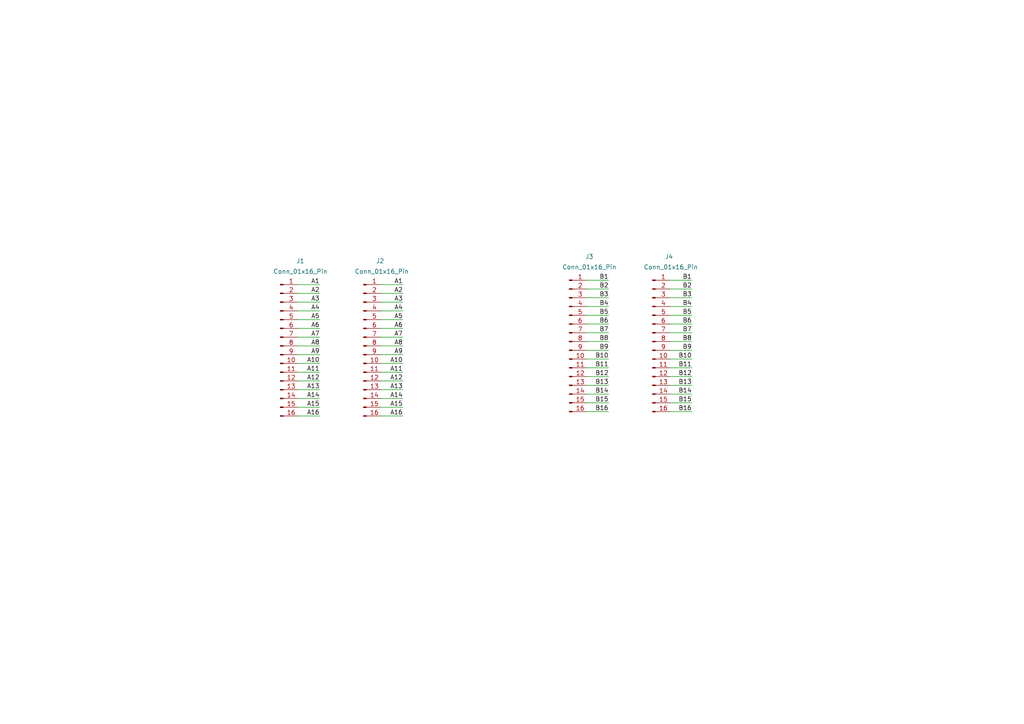
<source format=kicad_sch>
(kicad_sch
	(version 20231120)
	(generator "eeschema")
	(generator_version "8.0")
	(uuid "682f5cde-d800-49ec-b236-ce17a26fc645")
	(paper "A4")
	(title_block
		(title "Connector pitch Conveter")
		(rev "1")
		(company "Amos Home")
	)
	(lib_symbols
		(symbol "Connector:Conn_01x16_Pin"
			(pin_names
				(offset 1.016) hide)
			(exclude_from_sim no)
			(in_bom yes)
			(on_board yes)
			(property "Reference" "J"
				(at 0 20.32 0)
				(effects
					(font
						(size 1.27 1.27)
					)
				)
			)
			(property "Value" "Conn_01x16_Pin"
				(at 0 -22.86 0)
				(effects
					(font
						(size 1.27 1.27)
					)
				)
			)
			(property "Footprint" ""
				(at 0 0 0)
				(effects
					(font
						(size 1.27 1.27)
					)
					(hide yes)
				)
			)
			(property "Datasheet" "~"
				(at 0 0 0)
				(effects
					(font
						(size 1.27 1.27)
					)
					(hide yes)
				)
			)
			(property "Description" "Generic connector, single row, 01x16, script generated"
				(at 0 0 0)
				(effects
					(font
						(size 1.27 1.27)
					)
					(hide yes)
				)
			)
			(property "ki_locked" ""
				(at 0 0 0)
				(effects
					(font
						(size 1.27 1.27)
					)
				)
			)
			(property "ki_keywords" "connector"
				(at 0 0 0)
				(effects
					(font
						(size 1.27 1.27)
					)
					(hide yes)
				)
			)
			(property "ki_fp_filters" "Connector*:*_1x??_*"
				(at 0 0 0)
				(effects
					(font
						(size 1.27 1.27)
					)
					(hide yes)
				)
			)
			(symbol "Conn_01x16_Pin_1_1"
				(polyline
					(pts
						(xy 1.27 -20.32) (xy 0.8636 -20.32)
					)
					(stroke
						(width 0.1524)
						(type default)
					)
					(fill
						(type none)
					)
				)
				(polyline
					(pts
						(xy 1.27 -17.78) (xy 0.8636 -17.78)
					)
					(stroke
						(width 0.1524)
						(type default)
					)
					(fill
						(type none)
					)
				)
				(polyline
					(pts
						(xy 1.27 -15.24) (xy 0.8636 -15.24)
					)
					(stroke
						(width 0.1524)
						(type default)
					)
					(fill
						(type none)
					)
				)
				(polyline
					(pts
						(xy 1.27 -12.7) (xy 0.8636 -12.7)
					)
					(stroke
						(width 0.1524)
						(type default)
					)
					(fill
						(type none)
					)
				)
				(polyline
					(pts
						(xy 1.27 -10.16) (xy 0.8636 -10.16)
					)
					(stroke
						(width 0.1524)
						(type default)
					)
					(fill
						(type none)
					)
				)
				(polyline
					(pts
						(xy 1.27 -7.62) (xy 0.8636 -7.62)
					)
					(stroke
						(width 0.1524)
						(type default)
					)
					(fill
						(type none)
					)
				)
				(polyline
					(pts
						(xy 1.27 -5.08) (xy 0.8636 -5.08)
					)
					(stroke
						(width 0.1524)
						(type default)
					)
					(fill
						(type none)
					)
				)
				(polyline
					(pts
						(xy 1.27 -2.54) (xy 0.8636 -2.54)
					)
					(stroke
						(width 0.1524)
						(type default)
					)
					(fill
						(type none)
					)
				)
				(polyline
					(pts
						(xy 1.27 0) (xy 0.8636 0)
					)
					(stroke
						(width 0.1524)
						(type default)
					)
					(fill
						(type none)
					)
				)
				(polyline
					(pts
						(xy 1.27 2.54) (xy 0.8636 2.54)
					)
					(stroke
						(width 0.1524)
						(type default)
					)
					(fill
						(type none)
					)
				)
				(polyline
					(pts
						(xy 1.27 5.08) (xy 0.8636 5.08)
					)
					(stroke
						(width 0.1524)
						(type default)
					)
					(fill
						(type none)
					)
				)
				(polyline
					(pts
						(xy 1.27 7.62) (xy 0.8636 7.62)
					)
					(stroke
						(width 0.1524)
						(type default)
					)
					(fill
						(type none)
					)
				)
				(polyline
					(pts
						(xy 1.27 10.16) (xy 0.8636 10.16)
					)
					(stroke
						(width 0.1524)
						(type default)
					)
					(fill
						(type none)
					)
				)
				(polyline
					(pts
						(xy 1.27 12.7) (xy 0.8636 12.7)
					)
					(stroke
						(width 0.1524)
						(type default)
					)
					(fill
						(type none)
					)
				)
				(polyline
					(pts
						(xy 1.27 15.24) (xy 0.8636 15.24)
					)
					(stroke
						(width 0.1524)
						(type default)
					)
					(fill
						(type none)
					)
				)
				(polyline
					(pts
						(xy 1.27 17.78) (xy 0.8636 17.78)
					)
					(stroke
						(width 0.1524)
						(type default)
					)
					(fill
						(type none)
					)
				)
				(rectangle
					(start 0.8636 -20.193)
					(end 0 -20.447)
					(stroke
						(width 0.1524)
						(type default)
					)
					(fill
						(type outline)
					)
				)
				(rectangle
					(start 0.8636 -17.653)
					(end 0 -17.907)
					(stroke
						(width 0.1524)
						(type default)
					)
					(fill
						(type outline)
					)
				)
				(rectangle
					(start 0.8636 -15.113)
					(end 0 -15.367)
					(stroke
						(width 0.1524)
						(type default)
					)
					(fill
						(type outline)
					)
				)
				(rectangle
					(start 0.8636 -12.573)
					(end 0 -12.827)
					(stroke
						(width 0.1524)
						(type default)
					)
					(fill
						(type outline)
					)
				)
				(rectangle
					(start 0.8636 -10.033)
					(end 0 -10.287)
					(stroke
						(width 0.1524)
						(type default)
					)
					(fill
						(type outline)
					)
				)
				(rectangle
					(start 0.8636 -7.493)
					(end 0 -7.747)
					(stroke
						(width 0.1524)
						(type default)
					)
					(fill
						(type outline)
					)
				)
				(rectangle
					(start 0.8636 -4.953)
					(end 0 -5.207)
					(stroke
						(width 0.1524)
						(type default)
					)
					(fill
						(type outline)
					)
				)
				(rectangle
					(start 0.8636 -2.413)
					(end 0 -2.667)
					(stroke
						(width 0.1524)
						(type default)
					)
					(fill
						(type outline)
					)
				)
				(rectangle
					(start 0.8636 0.127)
					(end 0 -0.127)
					(stroke
						(width 0.1524)
						(type default)
					)
					(fill
						(type outline)
					)
				)
				(rectangle
					(start 0.8636 2.667)
					(end 0 2.413)
					(stroke
						(width 0.1524)
						(type default)
					)
					(fill
						(type outline)
					)
				)
				(rectangle
					(start 0.8636 5.207)
					(end 0 4.953)
					(stroke
						(width 0.1524)
						(type default)
					)
					(fill
						(type outline)
					)
				)
				(rectangle
					(start 0.8636 7.747)
					(end 0 7.493)
					(stroke
						(width 0.1524)
						(type default)
					)
					(fill
						(type outline)
					)
				)
				(rectangle
					(start 0.8636 10.287)
					(end 0 10.033)
					(stroke
						(width 0.1524)
						(type default)
					)
					(fill
						(type outline)
					)
				)
				(rectangle
					(start 0.8636 12.827)
					(end 0 12.573)
					(stroke
						(width 0.1524)
						(type default)
					)
					(fill
						(type outline)
					)
				)
				(rectangle
					(start 0.8636 15.367)
					(end 0 15.113)
					(stroke
						(width 0.1524)
						(type default)
					)
					(fill
						(type outline)
					)
				)
				(rectangle
					(start 0.8636 17.907)
					(end 0 17.653)
					(stroke
						(width 0.1524)
						(type default)
					)
					(fill
						(type outline)
					)
				)
				(pin passive line
					(at 5.08 17.78 180)
					(length 3.81)
					(name "Pin_1"
						(effects
							(font
								(size 1.27 1.27)
							)
						)
					)
					(number "1"
						(effects
							(font
								(size 1.27 1.27)
							)
						)
					)
				)
				(pin passive line
					(at 5.08 -5.08 180)
					(length 3.81)
					(name "Pin_10"
						(effects
							(font
								(size 1.27 1.27)
							)
						)
					)
					(number "10"
						(effects
							(font
								(size 1.27 1.27)
							)
						)
					)
				)
				(pin passive line
					(at 5.08 -7.62 180)
					(length 3.81)
					(name "Pin_11"
						(effects
							(font
								(size 1.27 1.27)
							)
						)
					)
					(number "11"
						(effects
							(font
								(size 1.27 1.27)
							)
						)
					)
				)
				(pin passive line
					(at 5.08 -10.16 180)
					(length 3.81)
					(name "Pin_12"
						(effects
							(font
								(size 1.27 1.27)
							)
						)
					)
					(number "12"
						(effects
							(font
								(size 1.27 1.27)
							)
						)
					)
				)
				(pin passive line
					(at 5.08 -12.7 180)
					(length 3.81)
					(name "Pin_13"
						(effects
							(font
								(size 1.27 1.27)
							)
						)
					)
					(number "13"
						(effects
							(font
								(size 1.27 1.27)
							)
						)
					)
				)
				(pin passive line
					(at 5.08 -15.24 180)
					(length 3.81)
					(name "Pin_14"
						(effects
							(font
								(size 1.27 1.27)
							)
						)
					)
					(number "14"
						(effects
							(font
								(size 1.27 1.27)
							)
						)
					)
				)
				(pin passive line
					(at 5.08 -17.78 180)
					(length 3.81)
					(name "Pin_15"
						(effects
							(font
								(size 1.27 1.27)
							)
						)
					)
					(number "15"
						(effects
							(font
								(size 1.27 1.27)
							)
						)
					)
				)
				(pin passive line
					(at 5.08 -20.32 180)
					(length 3.81)
					(name "Pin_16"
						(effects
							(font
								(size 1.27 1.27)
							)
						)
					)
					(number "16"
						(effects
							(font
								(size 1.27 1.27)
							)
						)
					)
				)
				(pin passive line
					(at 5.08 15.24 180)
					(length 3.81)
					(name "Pin_2"
						(effects
							(font
								(size 1.27 1.27)
							)
						)
					)
					(number "2"
						(effects
							(font
								(size 1.27 1.27)
							)
						)
					)
				)
				(pin passive line
					(at 5.08 12.7 180)
					(length 3.81)
					(name "Pin_3"
						(effects
							(font
								(size 1.27 1.27)
							)
						)
					)
					(number "3"
						(effects
							(font
								(size 1.27 1.27)
							)
						)
					)
				)
				(pin passive line
					(at 5.08 10.16 180)
					(length 3.81)
					(name "Pin_4"
						(effects
							(font
								(size 1.27 1.27)
							)
						)
					)
					(number "4"
						(effects
							(font
								(size 1.27 1.27)
							)
						)
					)
				)
				(pin passive line
					(at 5.08 7.62 180)
					(length 3.81)
					(name "Pin_5"
						(effects
							(font
								(size 1.27 1.27)
							)
						)
					)
					(number "5"
						(effects
							(font
								(size 1.27 1.27)
							)
						)
					)
				)
				(pin passive line
					(at 5.08 5.08 180)
					(length 3.81)
					(name "Pin_6"
						(effects
							(font
								(size 1.27 1.27)
							)
						)
					)
					(number "6"
						(effects
							(font
								(size 1.27 1.27)
							)
						)
					)
				)
				(pin passive line
					(at 5.08 2.54 180)
					(length 3.81)
					(name "Pin_7"
						(effects
							(font
								(size 1.27 1.27)
							)
						)
					)
					(number "7"
						(effects
							(font
								(size 1.27 1.27)
							)
						)
					)
				)
				(pin passive line
					(at 5.08 0 180)
					(length 3.81)
					(name "Pin_8"
						(effects
							(font
								(size 1.27 1.27)
							)
						)
					)
					(number "8"
						(effects
							(font
								(size 1.27 1.27)
							)
						)
					)
				)
				(pin passive line
					(at 5.08 -2.54 180)
					(length 3.81)
					(name "Pin_9"
						(effects
							(font
								(size 1.27 1.27)
							)
						)
					)
					(number "9"
						(effects
							(font
								(size 1.27 1.27)
							)
						)
					)
				)
			)
		)
	)
	(wire
		(pts
			(xy 86.36 90.17) (xy 92.71 90.17)
		)
		(stroke
			(width 0)
			(type default)
		)
		(uuid "01ff3535-c9be-438d-ae03-824334ec3423")
	)
	(wire
		(pts
			(xy 86.36 87.63) (xy 92.71 87.63)
		)
		(stroke
			(width 0)
			(type default)
		)
		(uuid "05d58295-7aac-4dbc-83ae-0e82c4276236")
	)
	(wire
		(pts
			(xy 170.18 104.14) (xy 176.53 104.14)
		)
		(stroke
			(width 0)
			(type default)
		)
		(uuid "0f5f70bd-f3fc-4bec-9268-941bc1cde845")
	)
	(wire
		(pts
			(xy 194.31 91.44) (xy 200.66 91.44)
		)
		(stroke
			(width 0)
			(type default)
		)
		(uuid "16de2959-1cb7-43e1-b903-f26ee9f1f974")
	)
	(wire
		(pts
			(xy 170.18 88.9) (xy 176.53 88.9)
		)
		(stroke
			(width 0)
			(type default)
		)
		(uuid "1a5cb747-f7b8-4d26-b9c9-6075772c20f3")
	)
	(wire
		(pts
			(xy 86.36 118.11) (xy 92.71 118.11)
		)
		(stroke
			(width 0)
			(type default)
		)
		(uuid "1b15e138-e303-49d8-b4a4-25f2a4f03993")
	)
	(wire
		(pts
			(xy 110.49 120.65) (xy 116.84 120.65)
		)
		(stroke
			(width 0)
			(type default)
		)
		(uuid "1d6f62f3-081d-4735-83fd-0743912946d1")
	)
	(wire
		(pts
			(xy 170.18 114.3) (xy 176.53 114.3)
		)
		(stroke
			(width 0)
			(type default)
		)
		(uuid "1d7c6089-1dea-44d9-b25e-aa473993ce75")
	)
	(wire
		(pts
			(xy 86.36 107.95) (xy 92.71 107.95)
		)
		(stroke
			(width 0)
			(type default)
		)
		(uuid "210158dd-1db2-4d65-93b3-ac911dac15f1")
	)
	(wire
		(pts
			(xy 194.31 114.3) (xy 200.66 114.3)
		)
		(stroke
			(width 0)
			(type default)
		)
		(uuid "2234d26c-4c0c-4903-8f16-e7e168cee2ba")
	)
	(wire
		(pts
			(xy 170.18 116.84) (xy 176.53 116.84)
		)
		(stroke
			(width 0)
			(type default)
		)
		(uuid "2464248a-8ae8-4efa-9fd5-1127912e3b9e")
	)
	(wire
		(pts
			(xy 170.18 109.22) (xy 176.53 109.22)
		)
		(stroke
			(width 0)
			(type default)
		)
		(uuid "26d9307f-21e4-4dca-b2f2-6143919cfb01")
	)
	(wire
		(pts
			(xy 110.49 105.41) (xy 116.84 105.41)
		)
		(stroke
			(width 0)
			(type default)
		)
		(uuid "274191d0-7b35-4510-9660-1b9f6006982f")
	)
	(wire
		(pts
			(xy 194.31 119.38) (xy 200.66 119.38)
		)
		(stroke
			(width 0)
			(type default)
		)
		(uuid "2942e6ec-03a7-45c0-a72b-b67dd5481759")
	)
	(wire
		(pts
			(xy 194.31 106.68) (xy 200.66 106.68)
		)
		(stroke
			(width 0)
			(type default)
		)
		(uuid "2c802ea0-18f1-40ce-accd-1eb83b2b3ffe")
	)
	(wire
		(pts
			(xy 86.36 95.25) (xy 92.71 95.25)
		)
		(stroke
			(width 0)
			(type default)
		)
		(uuid "3845771d-7d0e-499b-898c-e77f090418d6")
	)
	(wire
		(pts
			(xy 194.31 111.76) (xy 200.66 111.76)
		)
		(stroke
			(width 0)
			(type default)
		)
		(uuid "3c4e8be0-2f04-449a-bd9b-118f5ff7847b")
	)
	(wire
		(pts
			(xy 86.36 92.71) (xy 92.71 92.71)
		)
		(stroke
			(width 0)
			(type default)
		)
		(uuid "3fa9f8d3-17ee-4ea6-8808-d54266981252")
	)
	(wire
		(pts
			(xy 110.49 113.03) (xy 116.84 113.03)
		)
		(stroke
			(width 0)
			(type default)
		)
		(uuid "45960a1c-52c3-4d7b-a90a-6321396d930b")
	)
	(wire
		(pts
			(xy 170.18 119.38) (xy 176.53 119.38)
		)
		(stroke
			(width 0)
			(type default)
		)
		(uuid "46274518-86e0-4436-88e7-becde7f07b26")
	)
	(wire
		(pts
			(xy 170.18 83.82) (xy 176.53 83.82)
		)
		(stroke
			(width 0)
			(type default)
		)
		(uuid "46e1d8a2-360e-45be-a7ed-9d89d1d4e28b")
	)
	(wire
		(pts
			(xy 170.18 81.28) (xy 176.53 81.28)
		)
		(stroke
			(width 0)
			(type default)
		)
		(uuid "4911f30e-2d74-4dd3-b05e-682251901508")
	)
	(wire
		(pts
			(xy 86.36 105.41) (xy 92.71 105.41)
		)
		(stroke
			(width 0)
			(type default)
		)
		(uuid "544208dd-cd55-4f3a-8f17-6f21ad995f3e")
	)
	(wire
		(pts
			(xy 170.18 101.6) (xy 176.53 101.6)
		)
		(stroke
			(width 0)
			(type default)
		)
		(uuid "57543d0f-b953-4c39-83c1-6d76450534fc")
	)
	(wire
		(pts
			(xy 86.36 110.49) (xy 92.71 110.49)
		)
		(stroke
			(width 0)
			(type default)
		)
		(uuid "64af5a4c-1a2c-465c-af9b-d3ec2fd3694a")
	)
	(wire
		(pts
			(xy 86.36 85.09) (xy 92.71 85.09)
		)
		(stroke
			(width 0)
			(type default)
		)
		(uuid "6769ec36-06c9-4be6-ab76-e1e2a7cb18fc")
	)
	(wire
		(pts
			(xy 170.18 93.98) (xy 176.53 93.98)
		)
		(stroke
			(width 0)
			(type default)
		)
		(uuid "6791d828-fde0-400e-925c-7739b4f6c1d7")
	)
	(wire
		(pts
			(xy 194.31 116.84) (xy 200.66 116.84)
		)
		(stroke
			(width 0)
			(type default)
		)
		(uuid "6e672c9a-024b-4e71-ac01-e0eca2b57708")
	)
	(wire
		(pts
			(xy 170.18 111.76) (xy 176.53 111.76)
		)
		(stroke
			(width 0)
			(type default)
		)
		(uuid "751d9bc3-a0c6-40be-b8b1-f450e23c2365")
	)
	(wire
		(pts
			(xy 86.36 82.55) (xy 92.71 82.55)
		)
		(stroke
			(width 0)
			(type default)
		)
		(uuid "78136cd8-b8cf-4e0d-a085-d5002db8cdb0")
	)
	(wire
		(pts
			(xy 170.18 86.36) (xy 176.53 86.36)
		)
		(stroke
			(width 0)
			(type default)
		)
		(uuid "796dc517-aaab-48c0-a14f-7ca154527db1")
	)
	(wire
		(pts
			(xy 194.31 96.52) (xy 200.66 96.52)
		)
		(stroke
			(width 0)
			(type default)
		)
		(uuid "7a02388e-9561-436c-8d5a-c2f4f1e0b662")
	)
	(wire
		(pts
			(xy 110.49 97.79) (xy 116.84 97.79)
		)
		(stroke
			(width 0)
			(type default)
		)
		(uuid "7b8d0239-7f5e-4071-9b57-518d05d936c0")
	)
	(wire
		(pts
			(xy 110.49 115.57) (xy 116.84 115.57)
		)
		(stroke
			(width 0)
			(type default)
		)
		(uuid "7c368df0-4ef6-4a8c-95f7-15050d8f3508")
	)
	(wire
		(pts
			(xy 170.18 106.68) (xy 176.53 106.68)
		)
		(stroke
			(width 0)
			(type default)
		)
		(uuid "7d0b8cf4-add2-42ed-ab44-99b2b4377ced")
	)
	(wire
		(pts
			(xy 110.49 100.33) (xy 116.84 100.33)
		)
		(stroke
			(width 0)
			(type default)
		)
		(uuid "82c8dac3-d45c-4f24-bbe8-894f09713d95")
	)
	(wire
		(pts
			(xy 110.49 95.25) (xy 116.84 95.25)
		)
		(stroke
			(width 0)
			(type default)
		)
		(uuid "87db0f17-5fdd-4a23-b325-51024df0d597")
	)
	(wire
		(pts
			(xy 110.49 110.49) (xy 116.84 110.49)
		)
		(stroke
			(width 0)
			(type default)
		)
		(uuid "8db4fcaf-3ac8-4d4c-84f8-09f051d2a408")
	)
	(wire
		(pts
			(xy 86.36 100.33) (xy 92.71 100.33)
		)
		(stroke
			(width 0)
			(type default)
		)
		(uuid "9292cec8-2110-4982-b812-85d9a3db5653")
	)
	(wire
		(pts
			(xy 110.49 82.55) (xy 116.84 82.55)
		)
		(stroke
			(width 0)
			(type default)
		)
		(uuid "9a11c555-d6dd-4606-8b5d-3aab7cbf90d0")
	)
	(wire
		(pts
			(xy 194.31 101.6) (xy 200.66 101.6)
		)
		(stroke
			(width 0)
			(type default)
		)
		(uuid "9b821ff3-739c-4a44-960f-458213a93b3e")
	)
	(wire
		(pts
			(xy 86.36 113.03) (xy 92.71 113.03)
		)
		(stroke
			(width 0)
			(type default)
		)
		(uuid "a0c1c984-a18b-423d-a747-41a1426ddf15")
	)
	(wire
		(pts
			(xy 110.49 90.17) (xy 116.84 90.17)
		)
		(stroke
			(width 0)
			(type default)
		)
		(uuid "a4a69d9b-cf7f-411b-8222-c7a1d7732b0c")
	)
	(wire
		(pts
			(xy 170.18 99.06) (xy 176.53 99.06)
		)
		(stroke
			(width 0)
			(type default)
		)
		(uuid "a69997db-fb14-4f9e-b639-a51077f63616")
	)
	(wire
		(pts
			(xy 86.36 97.79) (xy 92.71 97.79)
		)
		(stroke
			(width 0)
			(type default)
		)
		(uuid "a7d78950-dbf7-4032-9e18-20485a0e1bd8")
	)
	(wire
		(pts
			(xy 194.31 86.36) (xy 200.66 86.36)
		)
		(stroke
			(width 0)
			(type default)
		)
		(uuid "aee97854-1d74-49c6-abd6-d705351220ea")
	)
	(wire
		(pts
			(xy 194.31 109.22) (xy 200.66 109.22)
		)
		(stroke
			(width 0)
			(type default)
		)
		(uuid "b0688b3d-805d-43ea-8e0f-8bc866a86fba")
	)
	(wire
		(pts
			(xy 110.49 87.63) (xy 116.84 87.63)
		)
		(stroke
			(width 0)
			(type default)
		)
		(uuid "b37de02a-ca25-434b-87c9-a8b63a598a04")
	)
	(wire
		(pts
			(xy 194.31 83.82) (xy 200.66 83.82)
		)
		(stroke
			(width 0)
			(type default)
		)
		(uuid "b55209a6-ad50-4b0e-bb92-99702e1ca7b2")
	)
	(wire
		(pts
			(xy 110.49 92.71) (xy 116.84 92.71)
		)
		(stroke
			(width 0)
			(type default)
		)
		(uuid "b82bad1d-b048-44dd-b534-de6b38b2fc53")
	)
	(wire
		(pts
			(xy 194.31 81.28) (xy 200.66 81.28)
		)
		(stroke
			(width 0)
			(type default)
		)
		(uuid "ba5c3808-51ea-4988-81f1-d8488b03aec0")
	)
	(wire
		(pts
			(xy 194.31 99.06) (xy 200.66 99.06)
		)
		(stroke
			(width 0)
			(type default)
		)
		(uuid "bbc8633d-fc1e-4ce5-b256-ddf9f2dfe4e5")
	)
	(wire
		(pts
			(xy 170.18 96.52) (xy 176.53 96.52)
		)
		(stroke
			(width 0)
			(type default)
		)
		(uuid "cdb45b2f-5738-4824-841f-86040271dc09")
	)
	(wire
		(pts
			(xy 110.49 118.11) (xy 116.84 118.11)
		)
		(stroke
			(width 0)
			(type default)
		)
		(uuid "d2efef48-85bb-4c3b-8b27-4f62ad564ed6")
	)
	(wire
		(pts
			(xy 170.18 91.44) (xy 176.53 91.44)
		)
		(stroke
			(width 0)
			(type default)
		)
		(uuid "d785f18f-cd39-4195-b2fe-59835e8015e7")
	)
	(wire
		(pts
			(xy 194.31 104.14) (xy 200.66 104.14)
		)
		(stroke
			(width 0)
			(type default)
		)
		(uuid "d78ee1bf-e140-49d4-a13d-49a674ac9f52")
	)
	(wire
		(pts
			(xy 86.36 120.65) (xy 92.71 120.65)
		)
		(stroke
			(width 0)
			(type default)
		)
		(uuid "da56d6e8-1fd0-4474-a619-6b03a5f6dca1")
	)
	(wire
		(pts
			(xy 86.36 115.57) (xy 92.71 115.57)
		)
		(stroke
			(width 0)
			(type default)
		)
		(uuid "db730b4e-56a0-44cf-bd6d-eec771dd46e5")
	)
	(wire
		(pts
			(xy 110.49 102.87) (xy 116.84 102.87)
		)
		(stroke
			(width 0)
			(type default)
		)
		(uuid "e836fb19-4618-46ea-9f45-2be9f7da1c37")
	)
	(wire
		(pts
			(xy 194.31 88.9) (xy 200.66 88.9)
		)
		(stroke
			(width 0)
			(type default)
		)
		(uuid "e9105b30-89ec-45d9-8d7d-faad90de3e16")
	)
	(wire
		(pts
			(xy 110.49 85.09) (xy 116.84 85.09)
		)
		(stroke
			(width 0)
			(type default)
		)
		(uuid "ed038806-fb29-4198-9b47-ab6ea3779cb7")
	)
	(wire
		(pts
			(xy 110.49 107.95) (xy 116.84 107.95)
		)
		(stroke
			(width 0)
			(type default)
		)
		(uuid "efd96311-bddd-4352-8d4c-6d46e5041c38")
	)
	(wire
		(pts
			(xy 86.36 102.87) (xy 92.71 102.87)
		)
		(stroke
			(width 0)
			(type default)
		)
		(uuid "efe478ab-24e3-4447-b828-45f92127efc3")
	)
	(wire
		(pts
			(xy 194.31 93.98) (xy 200.66 93.98)
		)
		(stroke
			(width 0)
			(type default)
		)
		(uuid "f4deaa4a-1749-4e3c-a680-c0ad85cb9d49")
	)
	(label "A12"
		(at 116.84 110.49 180)
		(fields_autoplaced yes)
		(effects
			(font
				(size 1.27 1.27)
			)
			(justify right bottom)
		)
		(uuid "013f4806-f9f7-47df-b7b2-17a56ed64462")
	)
	(label "B4"
		(at 176.53 88.9 180)
		(fields_autoplaced yes)
		(effects
			(font
				(size 1.27 1.27)
			)
			(justify right bottom)
		)
		(uuid "0c006d41-56a0-4e33-900e-e1cad96ba780")
	)
	(label "A10"
		(at 116.84 105.41 180)
		(fields_autoplaced yes)
		(effects
			(font
				(size 1.27 1.27)
			)
			(justify right bottom)
		)
		(uuid "0dd6580c-d83c-4468-a5a9-b7ddac5d5808")
	)
	(label "B2"
		(at 176.53 83.82 180)
		(fields_autoplaced yes)
		(effects
			(font
				(size 1.27 1.27)
			)
			(justify right bottom)
		)
		(uuid "1721b436-4034-41b7-8ed8-d16e75476f50")
	)
	(label "B16"
		(at 176.53 119.38 180)
		(fields_autoplaced yes)
		(effects
			(font
				(size 1.27 1.27)
			)
			(justify right bottom)
		)
		(uuid "18048bdb-63bc-4867-98ac-ef4d91bd1418")
	)
	(label "A10"
		(at 92.71 105.41 180)
		(fields_autoplaced yes)
		(effects
			(font
				(size 1.27 1.27)
			)
			(justify right bottom)
		)
		(uuid "1b826d5a-a996-431c-95ce-3158e9d4f48f")
	)
	(label "A16"
		(at 116.84 120.65 180)
		(fields_autoplaced yes)
		(effects
			(font
				(size 1.27 1.27)
			)
			(justify right bottom)
		)
		(uuid "21c98dbf-ba99-4df0-ae78-c6039609bbbb")
	)
	(label "B3"
		(at 176.53 86.36 180)
		(fields_autoplaced yes)
		(effects
			(font
				(size 1.27 1.27)
			)
			(justify right bottom)
		)
		(uuid "22851d0a-a941-4979-8012-99b831df3337")
	)
	(label "B6"
		(at 200.66 93.98 180)
		(fields_autoplaced yes)
		(effects
			(font
				(size 1.27 1.27)
			)
			(justify right bottom)
		)
		(uuid "29615d3b-151a-460e-b287-235281e300e3")
	)
	(label "B9"
		(at 176.53 101.6 180)
		(fields_autoplaced yes)
		(effects
			(font
				(size 1.27 1.27)
			)
			(justify right bottom)
		)
		(uuid "2e555b33-33b9-4588-bc62-9a1d6da75b18")
	)
	(label "B10"
		(at 200.66 104.14 180)
		(fields_autoplaced yes)
		(effects
			(font
				(size 1.27 1.27)
			)
			(justify right bottom)
		)
		(uuid "37dfe713-e717-4751-a02a-0598c38aad25")
	)
	(label "A8"
		(at 116.84 100.33 180)
		(fields_autoplaced yes)
		(effects
			(font
				(size 1.27 1.27)
			)
			(justify right bottom)
		)
		(uuid "3868abd1-33a5-4f25-83ea-7c750c5b18d7")
	)
	(label "A4"
		(at 116.84 90.17 180)
		(fields_autoplaced yes)
		(effects
			(font
				(size 1.27 1.27)
			)
			(justify right bottom)
		)
		(uuid "395bdd98-834e-4b22-a841-f8cde3e13d71")
	)
	(label "A8"
		(at 92.71 100.33 180)
		(fields_autoplaced yes)
		(effects
			(font
				(size 1.27 1.27)
			)
			(justify right bottom)
		)
		(uuid "3a22e06b-e7b6-4fd2-9f78-836cbeb6001d")
	)
	(label "B16"
		(at 200.66 119.38 180)
		(fields_autoplaced yes)
		(effects
			(font
				(size 1.27 1.27)
			)
			(justify right bottom)
		)
		(uuid "3bab5d85-8dee-43a5-b80f-082b09a54066")
	)
	(label "A16"
		(at 92.71 120.65 180)
		(fields_autoplaced yes)
		(effects
			(font
				(size 1.27 1.27)
			)
			(justify right bottom)
		)
		(uuid "3c28ac93-d6ef-4c47-8d76-709839699782")
	)
	(label "A6"
		(at 92.71 95.25 180)
		(fields_autoplaced yes)
		(effects
			(font
				(size 1.27 1.27)
			)
			(justify right bottom)
		)
		(uuid "3efb4b82-a305-47f0-b0ca-5eda4586a2fb")
	)
	(label "B1"
		(at 176.53 81.28 180)
		(fields_autoplaced yes)
		(effects
			(font
				(size 1.27 1.27)
			)
			(justify right bottom)
		)
		(uuid "423edee9-fc7a-4ba3-bbf9-bc314ad7cb34")
	)
	(label "A2"
		(at 92.71 85.09 180)
		(fields_autoplaced yes)
		(effects
			(font
				(size 1.27 1.27)
			)
			(justify right bottom)
		)
		(uuid "42a23084-6f0d-45e3-8697-7ce99cc72d0f")
	)
	(label "B9"
		(at 200.66 101.6 180)
		(fields_autoplaced yes)
		(effects
			(font
				(size 1.27 1.27)
			)
			(justify right bottom)
		)
		(uuid "4c0dd984-6d83-43d4-84ec-6125207638f0")
	)
	(label "B13"
		(at 176.53 111.76 180)
		(fields_autoplaced yes)
		(effects
			(font
				(size 1.27 1.27)
			)
			(justify right bottom)
		)
		(uuid "549979c7-940a-4c13-894c-9b13dffc25f9")
	)
	(label "B5"
		(at 200.66 91.44 180)
		(fields_autoplaced yes)
		(effects
			(font
				(size 1.27 1.27)
			)
			(justify right bottom)
		)
		(uuid "5b6c9f23-a4f0-4edb-b666-7164db250b02")
	)
	(label "A5"
		(at 116.84 92.71 180)
		(fields_autoplaced yes)
		(effects
			(font
				(size 1.27 1.27)
			)
			(justify right bottom)
		)
		(uuid "60d8536a-cfc6-4409-b88b-5520b7fc2e6b")
	)
	(label "A5"
		(at 92.71 92.71 180)
		(fields_autoplaced yes)
		(effects
			(font
				(size 1.27 1.27)
			)
			(justify right bottom)
		)
		(uuid "69056e09-9fb3-49d8-8b16-8a96aca06121")
	)
	(label "B12"
		(at 200.66 109.22 180)
		(fields_autoplaced yes)
		(effects
			(font
				(size 1.27 1.27)
			)
			(justify right bottom)
		)
		(uuid "6a788319-e008-4f27-a230-61dd4bb59543")
	)
	(label "A2"
		(at 116.84 85.09 180)
		(fields_autoplaced yes)
		(effects
			(font
				(size 1.27 1.27)
			)
			(justify right bottom)
		)
		(uuid "7256271a-6289-4a36-9141-be36f6000ed8")
	)
	(label "A13"
		(at 92.71 113.03 180)
		(fields_autoplaced yes)
		(effects
			(font
				(size 1.27 1.27)
			)
			(justify right bottom)
		)
		(uuid "73c83304-5132-48e5-9f55-d68c138555d6")
	)
	(label "B4"
		(at 200.66 88.9 180)
		(fields_autoplaced yes)
		(effects
			(font
				(size 1.27 1.27)
			)
			(justify right bottom)
		)
		(uuid "7590bcde-74ea-4ef1-a283-e0ea26cf2cf7")
	)
	(label "A12"
		(at 92.71 110.49 180)
		(fields_autoplaced yes)
		(effects
			(font
				(size 1.27 1.27)
			)
			(justify right bottom)
		)
		(uuid "76be3b21-f94e-47f0-a0db-280d4fe00ce4")
	)
	(label "B6"
		(at 176.53 93.98 180)
		(fields_autoplaced yes)
		(effects
			(font
				(size 1.27 1.27)
			)
			(justify right bottom)
		)
		(uuid "7a986fa7-ada5-48c4-8fa4-5a609833edb2")
	)
	(label "A4"
		(at 92.71 90.17 180)
		(fields_autoplaced yes)
		(effects
			(font
				(size 1.27 1.27)
			)
			(justify right bottom)
		)
		(uuid "7ca36bc3-1074-4aa7-b86c-51ac063ab631")
	)
	(label "A7"
		(at 116.84 97.79 180)
		(fields_autoplaced yes)
		(effects
			(font
				(size 1.27 1.27)
			)
			(justify right bottom)
		)
		(uuid "7cbe0cbe-e346-4df4-80fe-c2892dd95495")
	)
	(label "B13"
		(at 200.66 111.76 180)
		(fields_autoplaced yes)
		(effects
			(font
				(size 1.27 1.27)
			)
			(justify right bottom)
		)
		(uuid "7f4928bf-0384-4443-9338-d58bbf93b84e")
	)
	(label "A7"
		(at 92.71 97.79 180)
		(fields_autoplaced yes)
		(effects
			(font
				(size 1.27 1.27)
			)
			(justify right bottom)
		)
		(uuid "83652a51-c7f0-429b-9638-a0c705037637")
	)
	(label "B14"
		(at 176.53 114.3 180)
		(fields_autoplaced yes)
		(effects
			(font
				(size 1.27 1.27)
			)
			(justify right bottom)
		)
		(uuid "86bea844-38eb-4f52-92a6-3dc2a049ff68")
	)
	(label "A9"
		(at 92.71 102.87 180)
		(fields_autoplaced yes)
		(effects
			(font
				(size 1.27 1.27)
			)
			(justify right bottom)
		)
		(uuid "a3428c2a-9e49-4432-85e1-651b9944e6e8")
	)
	(label "A13"
		(at 116.84 113.03 180)
		(fields_autoplaced yes)
		(effects
			(font
				(size 1.27 1.27)
			)
			(justify right bottom)
		)
		(uuid "a838247b-f5e4-4f75-ba79-a2f09fc9e055")
	)
	(label "B7"
		(at 176.53 96.52 180)
		(fields_autoplaced yes)
		(effects
			(font
				(size 1.27 1.27)
			)
			(justify right bottom)
		)
		(uuid "a8c26a17-2655-493f-857a-38ba734f1cc9")
	)
	(label "B8"
		(at 200.66 99.06 180)
		(fields_autoplaced yes)
		(effects
			(font
				(size 1.27 1.27)
			)
			(justify right bottom)
		)
		(uuid "aa3790bc-6ca9-4e9c-bfbf-f0ebeeadff24")
	)
	(label "B3"
		(at 200.66 86.36 180)
		(fields_autoplaced yes)
		(effects
			(font
				(size 1.27 1.27)
			)
			(justify right bottom)
		)
		(uuid "ab75d953-2a3a-453c-bfd3-3762d5ab825f")
	)
	(label "B11"
		(at 176.53 106.68 180)
		(fields_autoplaced yes)
		(effects
			(font
				(size 1.27 1.27)
			)
			(justify right bottom)
		)
		(uuid "b077d7e2-830e-4048-a553-66edcf10791f")
	)
	(label "A11"
		(at 116.84 107.95 180)
		(fields_autoplaced yes)
		(effects
			(font
				(size 1.27 1.27)
			)
			(justify right bottom)
		)
		(uuid "b465500a-f57a-4af5-8b5a-a37a4da590a4")
	)
	(label "B15"
		(at 176.53 116.84 180)
		(fields_autoplaced yes)
		(effects
			(font
				(size 1.27 1.27)
			)
			(justify right bottom)
		)
		(uuid "b6a4071f-484f-4ca7-9311-fb2472b4a2e5")
	)
	(label "B14"
		(at 200.66 114.3 180)
		(fields_autoplaced yes)
		(effects
			(font
				(size 1.27 1.27)
			)
			(justify right bottom)
		)
		(uuid "b725d04e-28eb-4270-a573-b9e14d18c3b1")
	)
	(label "B7"
		(at 200.66 96.52 180)
		(fields_autoplaced yes)
		(effects
			(font
				(size 1.27 1.27)
			)
			(justify right bottom)
		)
		(uuid "b7b95b04-9538-4e97-9b67-caa7180ca605")
	)
	(label "B5"
		(at 176.53 91.44 180)
		(fields_autoplaced yes)
		(effects
			(font
				(size 1.27 1.27)
			)
			(justify right bottom)
		)
		(uuid "bc40a789-0929-4b96-932e-1a3922582f41")
	)
	(label "B1"
		(at 200.66 81.28 180)
		(fields_autoplaced yes)
		(effects
			(font
				(size 1.27 1.27)
			)
			(justify right bottom)
		)
		(uuid "c48e669a-8a56-4962-b230-d0672a7a3687")
	)
	(label "A3"
		(at 116.84 87.63 180)
		(fields_autoplaced yes)
		(effects
			(font
				(size 1.27 1.27)
			)
			(justify right bottom)
		)
		(uuid "cdc193de-b7be-4ddf-9ede-9aa7d9aaa0b7")
	)
	(label "A14"
		(at 92.71 115.57 180)
		(fields_autoplaced yes)
		(effects
			(font
				(size 1.27 1.27)
			)
			(justify right bottom)
		)
		(uuid "ce2741b8-3973-4efe-8484-c89bdf1577e3")
	)
	(label "B2"
		(at 200.66 83.82 180)
		(fields_autoplaced yes)
		(effects
			(font
				(size 1.27 1.27)
			)
			(justify right bottom)
		)
		(uuid "d03119be-1b84-40ba-bc5c-5bc00c564250")
	)
	(label "A14"
		(at 116.84 115.57 180)
		(fields_autoplaced yes)
		(effects
			(font
				(size 1.27 1.27)
			)
			(justify right bottom)
		)
		(uuid "d04b25ad-4934-4b1f-a768-6353c4a16859")
	)
	(label "A1"
		(at 92.71 82.55 180)
		(fields_autoplaced yes)
		(effects
			(font
				(size 1.27 1.27)
			)
			(justify right bottom)
		)
		(uuid "d5602ce2-4da4-4ddd-ab75-6a3ea10d0bdf")
	)
	(label "A11"
		(at 92.71 107.95 180)
		(fields_autoplaced yes)
		(effects
			(font
				(size 1.27 1.27)
			)
			(justify right bottom)
		)
		(uuid "dfa633ab-6fc0-46f7-b5b3-29fdbdf9eeaa")
	)
	(label "A1"
		(at 116.84 82.55 180)
		(fields_autoplaced yes)
		(effects
			(font
				(size 1.27 1.27)
			)
			(justify right bottom)
		)
		(uuid "dfb16c93-214e-4326-8fcd-8e9de098385a")
	)
	(label "A15"
		(at 92.71 118.11 180)
		(fields_autoplaced yes)
		(effects
			(font
				(size 1.27 1.27)
			)
			(justify right bottom)
		)
		(uuid "e00b9855-a569-453b-a96b-3ef27c21ea46")
	)
	(label "B8"
		(at 176.53 99.06 180)
		(fields_autoplaced yes)
		(effects
			(font
				(size 1.27 1.27)
			)
			(justify right bottom)
		)
		(uuid "e23f7e77-310a-4ba8-bf6d-076a4277a03e")
	)
	(label "A3"
		(at 92.71 87.63 180)
		(fields_autoplaced yes)
		(effects
			(font
				(size 1.27 1.27)
			)
			(justify right bottom)
		)
		(uuid "e71969c5-0f3d-4d9c-bdfa-1ffdd87d5a91")
	)
	(label "B15"
		(at 200.66 116.84 180)
		(fields_autoplaced yes)
		(effects
			(font
				(size 1.27 1.27)
			)
			(justify right bottom)
		)
		(uuid "e9be9b70-472b-46a3-935a-84d5f10aba2b")
	)
	(label "A15"
		(at 116.84 118.11 180)
		(fields_autoplaced yes)
		(effects
			(font
				(size 1.27 1.27)
			)
			(justify right bottom)
		)
		(uuid "ed6fa6f6-1671-469b-8bfc-6dd2f4c60e5a")
	)
	(label "B10"
		(at 176.53 104.14 180)
		(fields_autoplaced yes)
		(effects
			(font
				(size 1.27 1.27)
			)
			(justify right bottom)
		)
		(uuid "ee6398e7-d984-44a4-8518-d3152aac1665")
	)
	(label "B11"
		(at 200.66 106.68 180)
		(fields_autoplaced yes)
		(effects
			(font
				(size 1.27 1.27)
			)
			(justify right bottom)
		)
		(uuid "ef34321c-16d0-4f93-8951-78479b256522")
	)
	(label "B12"
		(at 176.53 109.22 180)
		(fields_autoplaced yes)
		(effects
			(font
				(size 1.27 1.27)
			)
			(justify right bottom)
		)
		(uuid "f3c08baa-06ba-4fc7-9001-49b697fd9a17")
	)
	(label "A6"
		(at 116.84 95.25 180)
		(fields_autoplaced yes)
		(effects
			(font
				(size 1.27 1.27)
			)
			(justify right bottom)
		)
		(uuid "f436e2d4-ec34-45c1-8eb6-8f74ae9d3d3a")
	)
	(label "A9"
		(at 116.84 102.87 180)
		(fields_autoplaced yes)
		(effects
			(font
				(size 1.27 1.27)
			)
			(justify right bottom)
		)
		(uuid "ff41dd02-cd36-4d87-ae1b-fe5827c66a8b")
	)
	(symbol
		(lib_id "Connector:Conn_01x16_Pin")
		(at 165.1 99.06 0)
		(unit 1)
		(exclude_from_sim no)
		(in_bom yes)
		(on_board yes)
		(dnp no)
		(uuid "2a1e2640-8705-4ee2-97ee-55e68ecc9f6d")
		(property "Reference" "J3"
			(at 170.942 74.422 0)
			(effects
				(font
					(size 1.27 1.27)
				)
			)
		)
		(property "Value" "Conn_01x16_Pin"
			(at 170.942 77.47 0)
			(effects
				(font
					(size 1.27 1.27)
				)
			)
		)
		(property "Footprint" "pitch-convert:PinSocketEx_1x16_P2.54mm_Right"
			(at 165.1 99.06 0)
			(effects
				(font
					(size 1.27 1.27)
				)
				(hide yes)
			)
		)
		(property "Datasheet" "~"
			(at 165.1 99.06 0)
			(effects
				(font
					(size 1.27 1.27)
				)
				(hide yes)
			)
		)
		(property "Description" "Generic connector, single row, 01x16, script generated"
			(at 165.1 99.06 0)
			(effects
				(font
					(size 1.27 1.27)
				)
				(hide yes)
			)
		)
		(pin "14"
			(uuid "eeda92de-3e88-4c2a-8f58-36cd05e47868")
		)
		(pin "10"
			(uuid "96f163ab-3340-4b4b-9ace-95c5485edecd")
		)
		(pin "15"
			(uuid "ae407acd-dcaf-41a1-ae82-7eb16ccc1009")
		)
		(pin "4"
			(uuid "7696d856-f6f6-4c87-9e30-357dd594780b")
		)
		(pin "3"
			(uuid "29697987-5cd2-4c3a-bd82-99664fcceab5")
		)
		(pin "11"
			(uuid "3c6b4714-a50e-49cc-93ad-45df95610078")
		)
		(pin "7"
			(uuid "16836922-d766-47d9-9ec9-50be55d9c315")
		)
		(pin "1"
			(uuid "43b46c18-605d-4c38-b5ad-bf2ac53ac652")
		)
		(pin "16"
			(uuid "23349892-590f-4ac9-9e61-6f89ffcc091a")
		)
		(pin "12"
			(uuid "e6c02862-cbf1-430b-9690-5af3333d3fe3")
		)
		(pin "6"
			(uuid "388157b4-8ed1-4502-b22f-4e20a6fbca33")
		)
		(pin "9"
			(uuid "43dead45-a18d-437b-90f8-6739c8911a3b")
		)
		(pin "13"
			(uuid "b93fc931-217a-48fc-b031-bf1143e4badd")
		)
		(pin "5"
			(uuid "e075603f-1752-4cde-8209-76f7d1841626")
		)
		(pin "2"
			(uuid "1adf2951-a57e-4b2e-8b25-6f79d8df12df")
		)
		(pin "8"
			(uuid "6a8cb2d0-12ec-44c9-a6e2-8cf2033d87be")
		)
		(instances
			(project "pitch-convert2"
				(path "/682f5cde-d800-49ec-b236-ce17a26fc645"
					(reference "J3")
					(unit 1)
				)
			)
		)
	)
	(symbol
		(lib_id "Connector:Conn_01x16_Pin")
		(at 189.23 99.06 0)
		(unit 1)
		(exclude_from_sim no)
		(in_bom yes)
		(on_board yes)
		(dnp no)
		(uuid "6c2f153f-4f54-4a21-a7a7-7ba6c6039826")
		(property "Reference" "J4"
			(at 194.056 74.422 0)
			(effects
				(font
					(size 1.27 1.27)
				)
			)
		)
		(property "Value" "Conn_01x16_Pin"
			(at 194.564 77.47 0)
			(effects
				(font
					(size 1.27 1.27)
				)
			)
		)
		(property "Footprint" "pitch-convert:PinSocketEx_1x16_P1.27mm_Left"
			(at 189.23 99.06 0)
			(effects
				(font
					(size 1.27 1.27)
				)
				(hide yes)
			)
		)
		(property "Datasheet" "~"
			(at 189.23 99.06 0)
			(effects
				(font
					(size 1.27 1.27)
				)
				(hide yes)
			)
		)
		(property "Description" "Generic connector, single row, 01x16, script generated"
			(at 189.23 99.06 0)
			(effects
				(font
					(size 1.27 1.27)
				)
				(hide yes)
			)
		)
		(pin "14"
			(uuid "282417b4-2674-4640-85b7-d91724a3620b")
		)
		(pin "10"
			(uuid "ef1a7e32-a7e9-40fe-ac7c-6fa6c0796cdf")
		)
		(pin "15"
			(uuid "bda04caa-f030-4335-979c-9f8261792f88")
		)
		(pin "4"
			(uuid "f811c411-53f7-4cc5-9a0e-65d59d9cc616")
		)
		(pin "3"
			(uuid "9d764f7e-ea5a-4eae-8dd2-90e7eb7315f5")
		)
		(pin "11"
			(uuid "5f46cb14-4300-49ac-8eaa-a79337407b3c")
		)
		(pin "7"
			(uuid "75a0dac9-ee80-444a-a41f-13572f3a2790")
		)
		(pin "1"
			(uuid "a4913e57-2742-4642-8086-9e14033916ac")
		)
		(pin "16"
			(uuid "a1b3dd55-c088-4f00-9d1a-2606774ec8c6")
		)
		(pin "12"
			(uuid "798bc862-9463-4036-849f-ff206ca484c0")
		)
		(pin "6"
			(uuid "57422685-0d6b-4045-a349-edb8e3384131")
		)
		(pin "9"
			(uuid "22947208-6e57-4c7a-9185-73629d3abbbe")
		)
		(pin "13"
			(uuid "0e8f8a3b-b621-4e34-b9ff-4af438b6f3b1")
		)
		(pin "5"
			(uuid "c5364864-45f8-451f-b5e2-67ce6e0d623d")
		)
		(pin "2"
			(uuid "0b19d985-58be-452b-be00-833364a306b0")
		)
		(pin "8"
			(uuid "7fe393d7-9c9e-4a50-a242-29310fc8e9a6")
		)
		(instances
			(project "pitch-convert2"
				(path "/682f5cde-d800-49ec-b236-ce17a26fc645"
					(reference "J4")
					(unit 1)
				)
			)
		)
	)
	(symbol
		(lib_id "Connector:Conn_01x16_Pin")
		(at 105.41 100.33 0)
		(unit 1)
		(exclude_from_sim no)
		(in_bom yes)
		(on_board yes)
		(dnp no)
		(uuid "6fb04d21-22de-4f51-8894-f9d1fbc31dea")
		(property "Reference" "J2"
			(at 110.236 75.692 0)
			(effects
				(font
					(size 1.27 1.27)
				)
			)
		)
		(property "Value" "Conn_01x16_Pin"
			(at 110.744 78.74 0)
			(effects
				(font
					(size 1.27 1.27)
				)
			)
		)
		(property "Footprint" "pitch-convert:PinSocketEx_1x16_P1.27mm_Left"
			(at 105.41 100.33 0)
			(effects
				(font
					(size 1.27 1.27)
				)
				(hide yes)
			)
		)
		(property "Datasheet" "~"
			(at 105.41 100.33 0)
			(effects
				(font
					(size 1.27 1.27)
				)
				(hide yes)
			)
		)
		(property "Description" "Generic connector, single row, 01x16, script generated"
			(at 105.41 100.33 0)
			(effects
				(font
					(size 1.27 1.27)
				)
				(hide yes)
			)
		)
		(pin "14"
			(uuid "b8a61936-e12b-465d-aeb8-20bdd32d8161")
		)
		(pin "10"
			(uuid "3ca55cdf-1e3d-42a6-9649-7a4db626e7af")
		)
		(pin "15"
			(uuid "5ca616c1-8b0d-4ff0-ad46-26f0624e7209")
		)
		(pin "4"
			(uuid "0eb4c6e8-5e4d-4dc2-9dbe-d2ce66a8de96")
		)
		(pin "3"
			(uuid "61e1a865-7a45-45b6-999a-99b4fa78fe90")
		)
		(pin "11"
			(uuid "b582181c-25c9-4735-9c46-45db4e97e677")
		)
		(pin "7"
			(uuid "ef322b38-848d-4308-84dc-1074d80bc381")
		)
		(pin "1"
			(uuid "49417e69-9ded-4f8a-9c39-70d4224e90b1")
		)
		(pin "16"
			(uuid "d587974b-b6d0-4435-abd7-c4e6a8967411")
		)
		(pin "12"
			(uuid "47f47653-4bc6-450d-bc9d-6b2dd18f0074")
		)
		(pin "6"
			(uuid "adf1cf67-e3e1-4b88-a227-d59e8d0c583d")
		)
		(pin "9"
			(uuid "7e54f5b5-e1a7-4a8f-aefb-6c38ff676344")
		)
		(pin "13"
			(uuid "9788c3b8-759f-42dc-a47d-9ef7cfaf433f")
		)
		(pin "5"
			(uuid "c318e790-4e30-4148-88dd-185e2cad1c10")
		)
		(pin "2"
			(uuid "9ce61254-1395-4c4a-afbe-de0d843367d9")
		)
		(pin "8"
			(uuid "c70593cf-fb62-4e98-9dee-a5855d0c7675")
		)
		(instances
			(project "pitch-convert2"
				(path "/682f5cde-d800-49ec-b236-ce17a26fc645"
					(reference "J2")
					(unit 1)
				)
			)
		)
	)
	(symbol
		(lib_id "Connector:Conn_01x16_Pin")
		(at 81.28 100.33 0)
		(unit 1)
		(exclude_from_sim no)
		(in_bom yes)
		(on_board yes)
		(dnp no)
		(uuid "8f28aa55-50bb-43fc-86dd-6c87f27cf2c1")
		(property "Reference" "J1"
			(at 87.122 75.692 0)
			(effects
				(font
					(size 1.27 1.27)
				)
			)
		)
		(property "Value" "Conn_01x16_Pin"
			(at 87.122 78.74 0)
			(effects
				(font
					(size 1.27 1.27)
				)
			)
		)
		(property "Footprint" "pitch-convert:PinSocketEx_1x16_P2.54mm_Right"
			(at 81.28 100.33 0)
			(effects
				(font
					(size 1.27 1.27)
				)
				(hide yes)
			)
		)
		(property "Datasheet" "~"
			(at 81.28 100.33 0)
			(effects
				(font
					(size 1.27 1.27)
				)
				(hide yes)
			)
		)
		(property "Description" "Generic connector, single row, 01x16, script generated"
			(at 81.28 100.33 0)
			(effects
				(font
					(size 1.27 1.27)
				)
				(hide yes)
			)
		)
		(pin "14"
			(uuid "cda4b77d-0d3e-4d7b-b33e-77daba9210c6")
		)
		(pin "10"
			(uuid "a70972b8-b983-46cd-b9b9-52ccdc457ef3")
		)
		(pin "15"
			(uuid "0535605a-b78b-4c89-81eb-ac62ca588a76")
		)
		(pin "4"
			(uuid "8ffc57fd-2772-48d4-95d7-897f0679bf56")
		)
		(pin "3"
			(uuid "e5cbed68-22ac-4aa4-b7e7-e5245b4ba93e")
		)
		(pin "11"
			(uuid "726224ee-6939-4799-94fb-aceac8358ec1")
		)
		(pin "7"
			(uuid "655d25e7-f637-4fb9-941f-60093d7b29b5")
		)
		(pin "1"
			(uuid "01d11a07-a197-46b3-aa3b-41213f3c7646")
		)
		(pin "16"
			(uuid "80f3a35d-49c2-4795-b162-593b40a48f87")
		)
		(pin "12"
			(uuid "6a15d7ce-3cf4-49fd-bee2-a925445638c2")
		)
		(pin "6"
			(uuid "82bb6c29-6360-493b-848b-55dda981bb81")
		)
		(pin "9"
			(uuid "421e6d78-ce88-44f5-a23e-9f0c51be9c63")
		)
		(pin "13"
			(uuid "a6410d90-db0a-4f0b-8384-902288463af7")
		)
		(pin "5"
			(uuid "1ee5bdf2-49c0-44d2-9e23-759c26049589")
		)
		(pin "2"
			(uuid "686f9308-3577-4701-8f9b-6da1cbc3b04c")
		)
		(pin "8"
			(uuid "e2a11f4a-3ee7-41df-b70a-500fe71b3a60")
		)
		(instances
			(project "pitch-convert2"
				(path "/682f5cde-d800-49ec-b236-ce17a26fc645"
					(reference "J1")
					(unit 1)
				)
			)
		)
	)
	(sheet_instances
		(path "/"
			(page "1")
		)
	)
)

</source>
